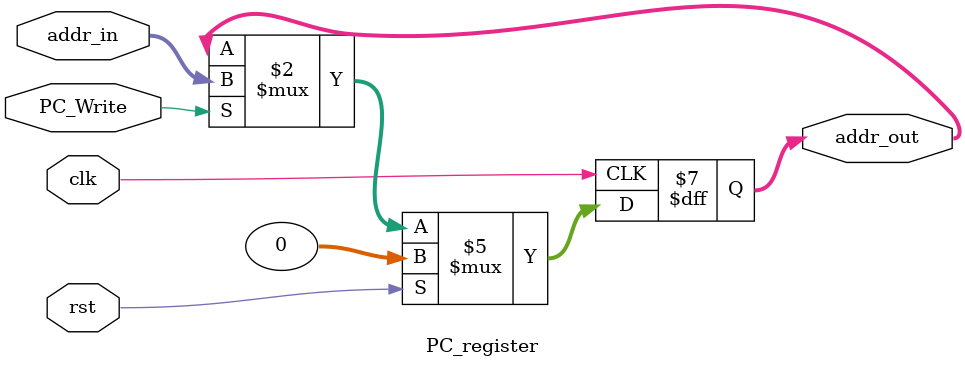
<source format=v>

module PC_register(addr_in, addr_out, PC_Write, clk, rst);
	
	input [31:0] addr_in;
	input clk, rst;
	input PC_Write;
	
  output reg [31:0] addr_out;
	

parameter initialaddr = 0;

	always@(posedge clk) begin 
      if (rst)
        	addr_out <= initialaddr;
      
	  else if (PC_Write)
			addr_out <= addr_in;
		
	end
	
endmodule
</source>
